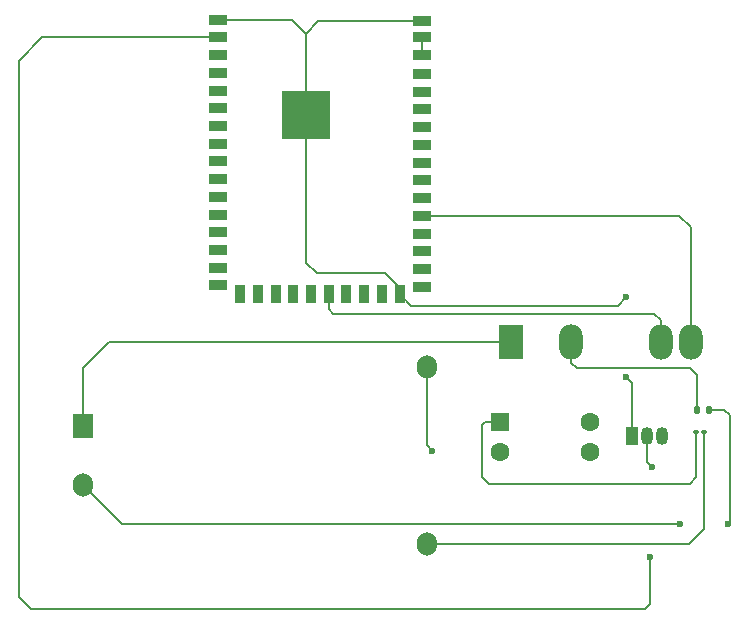
<source format=gbr>
%TF.GenerationSoftware,KiCad,Pcbnew,9.0.0*%
%TF.CreationDate,2025-04-29T10:42:49+05:30*%
%TF.ProjectId,Smart Water Heater Control,536d6172-7420-4576-9174-657220486561,rev?*%
%TF.SameCoordinates,Original*%
%TF.FileFunction,Copper,L1,Top*%
%TF.FilePolarity,Positive*%
%FSLAX46Y46*%
G04 Gerber Fmt 4.6, Leading zero omitted, Abs format (unit mm)*
G04 Created by KiCad (PCBNEW 9.0.0) date 2025-04-29 10:42:49*
%MOMM*%
%LPD*%
G01*
G04 APERTURE LIST*
G04 Aperture macros list*
%AMRoundRect*
0 Rectangle with rounded corners*
0 $1 Rounding radius*
0 $2 $3 $4 $5 $6 $7 $8 $9 X,Y pos of 4 corners*
0 Add a 4 corners polygon primitive as box body*
4,1,4,$2,$3,$4,$5,$6,$7,$8,$9,$2,$3,0*
0 Add four circle primitives for the rounded corners*
1,1,$1+$1,$2,$3*
1,1,$1+$1,$4,$5*
1,1,$1+$1,$6,$7*
1,1,$1+$1,$8,$9*
0 Add four rect primitives between the rounded corners*
20,1,$1+$1,$2,$3,$4,$5,0*
20,1,$1+$1,$4,$5,$6,$7,0*
20,1,$1+$1,$6,$7,$8,$9,0*
20,1,$1+$1,$8,$9,$2,$3,0*%
G04 Aperture macros list end*
%TA.AperFunction,SMDPad,CuDef*%
%ADD10R,1.500000X0.900000*%
%TD*%
%TA.AperFunction,SMDPad,CuDef*%
%ADD11R,0.900000X1.500000*%
%TD*%
%TA.AperFunction,HeatsinkPad*%
%ADD12R,4.100000X4.100000*%
%TD*%
%TA.AperFunction,ComponentPad*%
%ADD13R,2.000000X3.000000*%
%TD*%
%TA.AperFunction,ComponentPad*%
%ADD14O,2.000000X3.000000*%
%TD*%
%TA.AperFunction,SMDPad,CuDef*%
%ADD15RoundRect,0.135000X-0.135000X-0.185000X0.135000X-0.185000X0.135000X0.185000X-0.135000X0.185000X0*%
%TD*%
%TA.AperFunction,ComponentPad*%
%ADD16R,1.700000X2.000000*%
%TD*%
%TA.AperFunction,ComponentPad*%
%ADD17O,1.700000X2.000000*%
%TD*%
%TA.AperFunction,ComponentPad*%
%ADD18R,1.050000X1.500000*%
%TD*%
%TA.AperFunction,ComponentPad*%
%ADD19O,1.050000X1.500000*%
%TD*%
%TA.AperFunction,SMDPad,CuDef*%
%ADD20RoundRect,0.100000X-0.130000X-0.100000X0.130000X-0.100000X0.130000X0.100000X-0.130000X0.100000X0*%
%TD*%
%TA.AperFunction,ComponentPad*%
%ADD21RoundRect,0.250000X-0.550000X-0.550000X0.550000X-0.550000X0.550000X0.550000X-0.550000X0.550000X0*%
%TD*%
%TA.AperFunction,ComponentPad*%
%ADD22C,1.600000*%
%TD*%
%TA.AperFunction,ViaPad*%
%ADD23C,0.600000*%
%TD*%
%TA.AperFunction,Conductor*%
%ADD24C,0.200000*%
%TD*%
G04 APERTURE END LIST*
D10*
%TO.P,U3,1,GND*%
%TO.N,Net-(U1-GND)*%
X93050000Y-105515000D03*
%TO.P,U3,2,3V3*%
%TO.N,Net-(U1-DQ)*%
X93050000Y-107015000D03*
%TO.P,U3,3,IO00*%
%TO.N,unconnected-(U3-IO00-Pad3)*%
X93050000Y-108515000D03*
%TO.P,U3,4,IO01*%
%TO.N,unconnected-(U3-IO01-Pad4)*%
X93050000Y-110015000D03*
%TO.P,U3,5,IO02*%
%TO.N,unconnected-(U3-IO02-Pad5)*%
X93050000Y-111515000D03*
%TO.P,U3,6,IO03*%
%TO.N,unconnected-(U3-IO03-Pad6)*%
X93050000Y-113015000D03*
%TO.P,U3,7,IO04*%
%TO.N,unconnected-(U3-IO04-Pad7)*%
X93050000Y-114515000D03*
%TO.P,U3,8,IO05*%
%TO.N,unconnected-(U3-IO05-Pad8)*%
X93050000Y-116015000D03*
%TO.P,U3,9,IO06*%
%TO.N,unconnected-(U3-IO06-Pad9)*%
X93050000Y-117515000D03*
%TO.P,U3,10,IO07*%
%TO.N,unconnected-(U3-IO07-Pad10)*%
X93050000Y-119015000D03*
%TO.P,U3,11,IO08*%
%TO.N,unconnected-(U3-IO08-Pad11)*%
X93050000Y-120515000D03*
%TO.P,U3,12,IO09*%
%TO.N,unconnected-(U3-IO09-Pad12)*%
X93050000Y-122015000D03*
%TO.P,U3,13,IO10*%
%TO.N,unconnected-(U3-IO10-Pad13)*%
X93050000Y-123515000D03*
%TO.P,U3,14,IO11*%
%TO.N,unconnected-(U3-IO11-Pad14)*%
X93050000Y-125015000D03*
%TO.P,U3,15,IO12*%
%TO.N,unconnected-(U3-IO12-Pad15)*%
X93050000Y-126515000D03*
%TO.P,U3,16,IO13*%
%TO.N,unconnected-(U3-IO13-Pad16)*%
X93050000Y-128015000D03*
D11*
%TO.P,U3,17,IO14*%
%TO.N,unconnected-(U3-IO14-Pad17)*%
X94925000Y-128765000D03*
%TO.P,U3,18,IO15*%
%TO.N,unconnected-(U3-IO15-Pad18)*%
X96425000Y-128765000D03*
%TO.P,U3,19,IO16*%
%TO.N,unconnected-(U3-IO16-Pad19)*%
X97925000Y-128765000D03*
%TO.P,U3,20,IO17*%
%TO.N,unconnected-(U3-IO17-Pad20)*%
X99425000Y-128765000D03*
%TO.P,U3,21,IO18*%
%TO.N,unconnected-(U3-IO18-Pad21)*%
X100925000Y-128765000D03*
%TO.P,U3,22,USB_D-*%
%TO.N,Net-(U3-USB_D-)*%
X102425000Y-128765000D03*
%TO.P,U3,23,USB_D+*%
%TO.N,unconnected-(U3-USB_D+-Pad23)*%
X103925000Y-128765000D03*
%TO.P,U3,24,IO21*%
%TO.N,unconnected-(U3-IO21-Pad24)*%
X105425000Y-128765000D03*
%TO.P,U3,25,IO26*%
%TO.N,unconnected-(U3-IO26-Pad25)*%
X106925000Y-128765000D03*
%TO.P,U3,26,GND*%
%TO.N,Net-(U1-GND)*%
X108425000Y-128765000D03*
D10*
%TO.P,U3,27,IO33*%
%TO.N,unconnected-(U3-IO33-Pad27)*%
X110300000Y-128115000D03*
%TO.P,U3,28,IO34*%
%TO.N,unconnected-(U3-IO34-Pad28)*%
X110300000Y-126615000D03*
%TO.P,U3,29,IO35*%
%TO.N,unconnected-(U3-IO35-Pad29)*%
X110300000Y-125115000D03*
%TO.P,U3,30,IO36*%
%TO.N,unconnected-(U3-IO36-Pad30)*%
X110300000Y-123615000D03*
%TO.P,U3,31,IO37*%
%TO.N,Net-(U3-IO37)*%
X110300000Y-122115000D03*
%TO.P,U3,32,IO38*%
%TO.N,unconnected-(U3-IO38-Pad32)*%
X110300000Y-120615000D03*
%TO.P,U3,33,IO39*%
%TO.N,unconnected-(U3-IO39-Pad33)*%
X110300000Y-119115000D03*
%TO.P,U3,34,IO40*%
%TO.N,unconnected-(U3-IO40-Pad34)*%
X110300000Y-117615000D03*
%TO.P,U3,35,IO41*%
%TO.N,unconnected-(U3-IO41-Pad35)*%
X110300000Y-116115000D03*
%TO.P,U3,36,IO42*%
%TO.N,unconnected-(U3-IO42-Pad36)*%
X110300000Y-114615000D03*
%TO.P,U3,37,TXD0*%
%TO.N,unconnected-(U3-TXD0-Pad37)*%
X110300000Y-113115000D03*
%TO.P,U3,38,RXD0*%
%TO.N,unconnected-(U3-RXD0-Pad38)*%
X110300000Y-111615000D03*
%TO.P,U3,39,IO45*%
%TO.N,unconnected-(U3-IO45-Pad39)*%
X110300000Y-110115000D03*
%TO.P,U3,40,IO46*%
%TO.N,Net-(U3-EN)*%
X110300000Y-108515000D03*
%TO.P,U3,41,EN*%
X110300000Y-107015000D03*
%TO.P,U3,42,GND*%
%TO.N,Net-(U1-GND)*%
X110300000Y-105615000D03*
D12*
%TO.P,U3,43,GND*%
X100485000Y-113555000D03*
%TD*%
D13*
%TO.P,U4,1*%
%TO.N,Net-(PS1-AC{slash}L)*%
X117865000Y-132760000D03*
D14*
%TO.P,U4,2*%
%TO.N,Net-(R2-Pad1)*%
X122945000Y-132760000D03*
%TO.P,U4,3*%
%TO.N,Net-(U3-USB_D-)*%
X130565000Y-132760000D03*
%TO.P,U4,4*%
%TO.N,Net-(U3-IO37)*%
X133105000Y-132760000D03*
%TD*%
D15*
%TO.P,R2,1*%
%TO.N,Net-(R2-Pad1)*%
X133575000Y-138530000D03*
%TO.P,R2,2*%
%TO.N,Net-(PS1-AC{slash}N)*%
X134595000Y-138530000D03*
%TD*%
D16*
%TO.P,PS1,1,AC/L*%
%TO.N,Net-(PS1-AC{slash}L)*%
X81620000Y-139895000D03*
D17*
%TO.P,PS1,2,AC/N*%
%TO.N,Net-(PS1-AC{slash}N)*%
X81620000Y-144895000D03*
%TO.P,PS1,3,-Vout*%
%TO.N,Net-(PS1--Vout)*%
X110700000Y-134895000D03*
%TO.P,PS1,4,+Vout*%
%TO.N,Net-(PS1-+Vout)*%
X110700000Y-149895000D03*
%TD*%
D18*
%TO.P,U1,1,GND*%
%TO.N,Net-(U1-GND)*%
X128105000Y-140790000D03*
D19*
%TO.P,U1,2,DQ*%
%TO.N,Net-(U1-DQ)*%
X129375000Y-140790000D03*
%TO.P,U1,3,V_{DD}*%
%TO.N,+3.3V*%
X130645000Y-140790000D03*
%TD*%
D20*
%TO.P,R1,1*%
%TO.N,Net-(R1-Pad1)*%
X133535000Y-140400000D03*
%TO.P,R1,2*%
%TO.N,Net-(PS1-+Vout)*%
X134175000Y-140400000D03*
%TD*%
D21*
%TO.P,U2,1*%
%TO.N,Net-(R1-Pad1)*%
X116925000Y-139580000D03*
D22*
%TO.P,U2,2*%
%TO.N,Net-(PS1--Vout)*%
X116925000Y-142120000D03*
%TO.P,U2,3*%
%TO.N,unconnected-(U2-Pad3)*%
X124545000Y-142120000D03*
%TO.P,U2,4*%
%TO.N,unconnected-(U2-Pad4)*%
X124545000Y-139580000D03*
%TD*%
D23*
%TO.N,Net-(PS1--Vout)*%
X111200000Y-142000000D03*
%TO.N,Net-(PS1-AC{slash}N)*%
X132200000Y-148200000D03*
X136200000Y-148200000D03*
%TO.N,Net-(U1-GND)*%
X127600000Y-135800000D03*
X127600000Y-129000000D03*
%TO.N,Net-(U1-DQ)*%
X129800000Y-143400000D03*
X129600000Y-151000000D03*
%TD*%
D24*
%TO.N,Net-(PS1--Vout)*%
X110700000Y-141500000D02*
X111200000Y-142000000D01*
X110700000Y-134895000D02*
X110700000Y-141500000D01*
%TO.N,Net-(PS1-+Vout)*%
X132905000Y-149895000D02*
X110700000Y-149895000D01*
X134175000Y-140400000D02*
X134175000Y-148625000D01*
X134175000Y-148625000D02*
X132905000Y-149895000D01*
%TO.N,Net-(PS1-AC{slash}N)*%
X81620000Y-144895000D02*
X84925000Y-148200000D01*
X136400000Y-139000000D02*
X136400000Y-148000000D01*
X84925000Y-148200000D02*
X132200000Y-148200000D01*
X136400000Y-148000000D02*
X136200000Y-148200000D01*
X134595000Y-138530000D02*
X135930000Y-138530000D01*
X135930000Y-138530000D02*
X136400000Y-139000000D01*
%TO.N,Net-(PS1-AC{slash}L)*%
X83840000Y-132760000D02*
X117865000Y-132760000D01*
X81620000Y-139895000D02*
X81620000Y-134980000D01*
X81620000Y-134980000D02*
X83840000Y-132760000D01*
%TO.N,Net-(R1-Pad1)*%
X116000000Y-144800000D02*
X115400000Y-144200000D01*
X115400000Y-139800000D02*
X115620000Y-139580000D01*
X133000000Y-144800000D02*
X116000000Y-144800000D01*
X115400000Y-144200000D02*
X115400000Y-139800000D01*
X115620000Y-139580000D02*
X116925000Y-139580000D01*
X133535000Y-144265000D02*
X133000000Y-144800000D01*
X133535000Y-140400000D02*
X133535000Y-144265000D01*
%TO.N,Net-(R2-Pad1)*%
X122945000Y-134545000D02*
X122945000Y-132760000D01*
X133000000Y-135000000D02*
X123400000Y-135000000D01*
X133575000Y-138530000D02*
X133575000Y-135575000D01*
X123400000Y-135000000D02*
X122945000Y-134545000D01*
X133575000Y-135575000D02*
X133000000Y-135000000D01*
%TO.N,Net-(U1-GND)*%
X100485000Y-113555000D02*
X100485000Y-126085000D01*
X108425000Y-128765000D02*
X109375000Y-129715000D01*
X100485000Y-126085000D02*
X101400000Y-127000000D01*
X100485000Y-106685000D02*
X99315000Y-105515000D01*
X107200000Y-127000000D02*
X108425000Y-128225000D01*
X100485000Y-106685000D02*
X101555000Y-105615000D01*
X128105000Y-136305000D02*
X128105000Y-140790000D01*
X109375000Y-129715000D02*
X126885000Y-129715000D01*
X101400000Y-127000000D02*
X107200000Y-127000000D01*
X127600000Y-135800000D02*
X128105000Y-136305000D01*
X100485000Y-113555000D02*
X100485000Y-106685000D01*
X108425000Y-128225000D02*
X108425000Y-128765000D01*
X126885000Y-129715000D02*
X127600000Y-129000000D01*
X101555000Y-105615000D02*
X110300000Y-105615000D01*
X99315000Y-105515000D02*
X93050000Y-105515000D01*
%TO.N,Net-(U1-DQ)*%
X129375000Y-142975000D02*
X129800000Y-143400000D01*
X76200000Y-154400000D02*
X76200000Y-109000000D01*
X129200000Y-155400000D02*
X77200000Y-155400000D01*
X129375000Y-140790000D02*
X129375000Y-142975000D01*
X129600000Y-155000000D02*
X129200000Y-155400000D01*
X77200000Y-155400000D02*
X76200000Y-154400000D01*
X76200000Y-109000000D02*
X78185000Y-107015000D01*
X78185000Y-107015000D02*
X93050000Y-107015000D01*
X129600000Y-151000000D02*
X129600000Y-155000000D01*
%TO.N,Net-(U3-IO37)*%
X133105000Y-123105000D02*
X133105000Y-132760000D01*
X132115000Y-122115000D02*
X133105000Y-123105000D01*
X110300000Y-122115000D02*
X132115000Y-122115000D01*
%TO.N,Net-(U3-EN)*%
X110300000Y-107015000D02*
X110300000Y-108515000D01*
%TO.N,Net-(U3-USB_D-)*%
X130565000Y-132760000D02*
X130565000Y-130965000D01*
X130000000Y-130400000D02*
X102800000Y-130400000D01*
X102425000Y-130025000D02*
X102425000Y-128765000D01*
X102800000Y-130400000D02*
X102425000Y-130025000D01*
X130565000Y-130965000D02*
X130000000Y-130400000D01*
%TD*%
M02*

</source>
